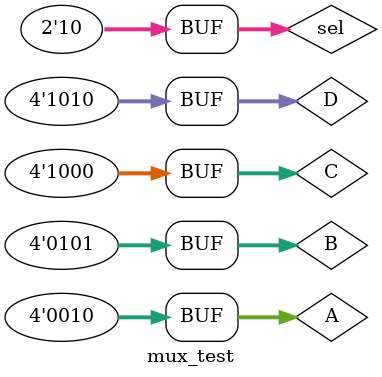
<source format=sv>
`timescale 1ns / 1ps


module mux_test(
    );
    
    logic [3:0] A,B,C,D,out;
    logic [1:0] sel;
    
    mux DUT(
    .A(A),
    .B(B),
    .C(C),
    .D(D),
    .sel(sel),
    .out(out)
    );
    
    initial begin
    A = 4'd2;     
    B = 4'd5;      
    C = 4'd8;     
    D = 4'd10;
    sel = 2'b00;    
    #10
    sel = 2'b01;    
    #10
    sel = 2'b10;
    #10
    sel = 2'b11;
    #10
    sel = 2'b10;

    end    
endmodule

</source>
